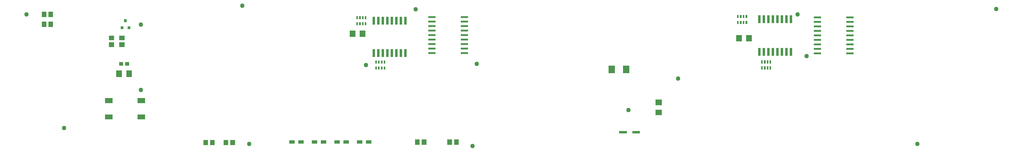
<source format=gtp>
G04 start of page 13 for group 0 layer_idx 12 *
G04 Title: AYAB-RS_E, top_paste *
G04 Creator: pcb-rnd 1.2.8 *
G04 CreationDate: 2018-05-30 20:35:32 UTC *
G04 For: Windell H. Oskay *
G04 Format: Gerber/RS-274X *
G04 PCB-Dimensions: 1100000 207000 *
G04 PCB-Coordinate-Origin: lower left *
%MOIN*%
%FSLAX25Y25*%
%LNTOPPASTE*%
%ADD215C,0.0500*%
%ADD214C,0.0001*%
G54D214*G36*
X121638Y118542D02*X115340D01*
Y111458D01*
X121638D01*
Y118542D01*
G37*
G36*
X132660D02*X126362D01*
Y111458D01*
X132660D01*
Y118542D01*
G37*
G36*
X118488Y127968D02*Y124032D01*
X122820D01*
Y127968D01*
X118488D01*
G37*
G36*
X125180D02*Y124032D01*
X129512D01*
Y127968D01*
X125180D01*
G37*
G36*
X102953Y87811D02*Y82299D01*
X111221D01*
Y87811D01*
X102953D01*
G37*
G54D215*X57500Y54500D03*
G54D214*G36*
X102953Y69701D02*Y64189D01*
X111221D01*
Y69701D01*
X102953D01*
G37*
G36*
X138779Y87811D02*Y82299D01*
X147047D01*
Y87811D01*
X138779D01*
G37*
G54D215*X142500Y97000D03*
G54D214*G36*
X138779Y69701D02*Y64189D01*
X147047D01*
Y69701D01*
X138779D01*
G37*
G36*
X216819Y41452D02*X211701D01*
Y35548D01*
X216819D01*
Y41452D01*
G37*
G36*
X239319D02*X234201D01*
Y35548D01*
X239319D01*
Y41452D01*
G37*
G36*
X246799D02*X241681D01*
Y35548D01*
X246799D01*
Y41452D01*
G37*
G36*
X224299D02*X219181D01*
Y35548D01*
X224299D01*
Y41452D01*
G37*
G54D215*X262500Y37000D03*
G54D214*G36*
X672150Y51450D02*Y48550D01*
X680750D01*
Y51450D01*
X672150D01*
G37*
G36*
X667500Y124000D02*X660500D01*
Y115500D01*
X667500D01*
Y124000D01*
G37*
G36*
X683500D02*X676500D01*
Y115500D01*
X683500D01*
Y124000D01*
G37*
G54D215*X514500Y126000D03*
G54D214*G36*
X487059Y41952D02*X481941D01*
Y36048D01*
X487059D01*
Y41952D01*
G37*
G36*
X494539D02*X489421D01*
Y36048D01*
X494539D01*
Y41952D01*
G37*
G36*
X840686Y123272D02*X838914D01*
Y119728D01*
X840686D01*
Y123272D01*
G37*
G36*
Y129965D02*X838914D01*
Y126421D01*
X840686D01*
Y129965D01*
G37*
G36*
X837536Y123272D02*X835764D01*
Y119728D01*
X837536D01*
Y123272D01*
G37*
G36*
Y129965D02*X835764D01*
Y126421D01*
X837536D01*
Y129965D01*
G37*
G36*
X834386Y123272D02*X832614D01*
Y119728D01*
X834386D01*
Y123272D01*
G37*
G36*
Y129965D02*X832614D01*
Y126421D01*
X834386D01*
Y129965D01*
G37*
G36*
X831237Y123272D02*X829465D01*
Y119728D01*
X831237D01*
Y123272D01*
G37*
G36*
Y129965D02*X829465D01*
Y126421D01*
X831237D01*
Y129965D01*
G37*
G36*
X686750Y51450D02*Y48550D01*
X695250D01*
Y51450D01*
X686750D01*
G37*
G54D215*X682500Y74500D03*
G54D214*G36*
X712458Y75138D02*Y68840D01*
X719542D01*
Y75138D01*
X712458D01*
G37*
G36*
Y86160D02*Y79862D01*
X719542D01*
Y86160D01*
X712458D01*
G37*
G54D215*X737500Y109500D03*
G54D214*G36*
X381910Y41050D02*Y37150D01*
X387810D01*
Y41050D01*
X381910D01*
G37*
G36*
X366810D02*Y37150D01*
X372710D01*
Y41050D01*
X366810D01*
G37*
G36*
X391810D02*Y37150D01*
X397710D01*
Y41050D01*
X391810D01*
G37*
G36*
X451319Y41952D02*X446201D01*
Y36048D01*
X451319D01*
Y41952D01*
G37*
G36*
X458799D02*X453681D01*
Y36048D01*
X458799D01*
Y41952D01*
G37*
G36*
X316810Y41050D02*Y37150D01*
X322710D01*
Y41050D01*
X316810D01*
G37*
G36*
X306910D02*Y37150D01*
X312810D01*
Y41050D01*
X306910D01*
G37*
G36*
X331910D02*Y37150D01*
X337810D01*
Y41050D01*
X331910D01*
G37*
G54D215*X510000Y34500D03*
G54D214*G36*
X341810Y41050D02*Y37150D01*
X347710D01*
Y41050D01*
X341810D01*
G37*
G36*
X356910D02*Y37150D01*
X362810D01*
Y41050D01*
X356910D01*
G37*
G54D215*X392000Y124500D03*
G54D214*G36*
X461000Y139000D02*Y137000D01*
X469000D01*
Y139000D01*
X461000D01*
G37*
G36*
X497000D02*Y137000D01*
X505000D01*
Y139000D01*
X497000D01*
G37*
G36*
X413288Y123079D02*X411516D01*
Y119535D01*
X413288D01*
Y123079D01*
G37*
G36*
Y129772D02*X411516D01*
Y126228D01*
X413288D01*
Y129772D01*
G37*
G36*
X410138Y123079D02*X408366D01*
Y119535D01*
X410138D01*
Y123079D01*
G37*
G36*
X406988D02*X405216D01*
Y119535D01*
X406988D01*
Y123079D01*
G37*
G36*
X403839D02*X402067D01*
Y119535D01*
X403839D01*
Y123079D01*
G37*
G36*
X410138Y129772D02*X408366D01*
Y126228D01*
X410138D01*
Y129772D01*
G37*
G36*
X406988D02*X405216D01*
Y126228D01*
X406988D01*
Y129772D01*
G37*
G36*
X403839D02*X402067D01*
Y126228D01*
X403839D01*
Y129772D01*
G37*
G36*
X888000Y138500D02*Y136500D01*
X896000D01*
Y138500D01*
X888000D01*
G37*
G36*
X924000D02*Y136500D01*
X932000D01*
Y138500D01*
X924000D01*
G37*
G54D215*X880000Y134500D03*
X1002500Y37000D03*
G54D214*G36*
X843700Y143700D02*X841300D01*
Y135100D01*
X843700D01*
Y143700D01*
G37*
G36*
X808138Y158042D02*X801840D01*
Y150958D01*
X808138D01*
Y158042D01*
G37*
G36*
X819160D02*X812862D01*
Y150958D01*
X819160D01*
Y158042D01*
G37*
G36*
X828700Y143700D02*X826300D01*
Y135100D01*
X828700D01*
Y143700D01*
G37*
G36*
X833700D02*X831300D01*
Y135100D01*
X833700D01*
Y143700D01*
G37*
G36*
X838700D02*X836300D01*
Y135100D01*
X838700D01*
Y143700D01*
G37*
G36*
X848700D02*X846300D01*
Y135100D01*
X848700D01*
Y143700D01*
G37*
G36*
X853700D02*X851300D01*
Y135100D01*
X853700D01*
Y143700D01*
G37*
G36*
X858700D02*X856300D01*
Y135100D01*
X858700D01*
Y143700D01*
G37*
G36*
X888000Y143500D02*Y141500D01*
X896000D01*
Y143500D01*
X888000D01*
G37*
G36*
X863700Y143700D02*X861300D01*
Y135100D01*
X863700D01*
Y143700D01*
G37*
G36*
X888000Y163500D02*Y161500D01*
X896000D01*
Y163500D01*
X888000D01*
G37*
G36*
Y158500D02*Y156500D01*
X896000D01*
Y158500D01*
X888000D01*
G37*
G36*
Y153500D02*Y151500D01*
X896000D01*
Y153500D01*
X888000D01*
G37*
G36*
Y148500D02*Y146500D01*
X896000D01*
Y148500D01*
X888000D01*
G37*
G36*
Y168500D02*Y166500D01*
X896000D01*
Y168500D01*
X888000D01*
G37*
G54D215*X1090000Y187000D03*
G54D214*G36*
X863700Y179900D02*X861300D01*
Y171300D01*
X863700D01*
Y179900D01*
G37*
G36*
X858700D02*X856300D01*
Y171300D01*
X858700D01*
Y179900D01*
G37*
G36*
X853700D02*X851300D01*
Y171300D01*
X853700D01*
Y179900D01*
G37*
G36*
X848700D02*X846300D01*
Y171300D01*
X848700D01*
Y179900D01*
G37*
G36*
X843700D02*X841300D01*
Y171300D01*
X843700D01*
Y179900D01*
G37*
G36*
X888000Y178500D02*Y176500D01*
X896000D01*
Y178500D01*
X888000D01*
G37*
G36*
X924000D02*Y176500D01*
X932000D01*
Y178500D01*
X924000D01*
G37*
G36*
X838700Y179900D02*X836300D01*
Y171300D01*
X838700D01*
Y179900D01*
G37*
G36*
X833700D02*X831300D01*
Y171300D01*
X833700D01*
Y179900D01*
G37*
G36*
X814036Y173772D02*X812264D01*
Y170228D01*
X814036D01*
Y173772D01*
G37*
G36*
Y180465D02*X812264D01*
Y176921D01*
X814036D01*
Y180465D01*
G37*
G36*
X810886Y173772D02*X809114D01*
Y170228D01*
X810886D01*
Y173772D01*
G37*
G36*
Y180465D02*X809114D01*
Y176921D01*
X810886D01*
Y180465D01*
G37*
G36*
X807736Y173772D02*X805964D01*
Y170228D01*
X807736D01*
Y173772D01*
G37*
G36*
Y180465D02*X805964D01*
Y176921D01*
X807736D01*
Y180465D01*
G37*
G36*
X828700Y179900D02*X826300D01*
Y171300D01*
X828700D01*
Y179900D01*
G37*
G36*
X804587Y173772D02*X802815D01*
Y170228D01*
X804587D01*
Y173772D01*
G37*
G36*
Y180465D02*X802815D01*
Y176921D01*
X804587D01*
Y180465D01*
G37*
G54D215*X870000Y181000D03*
G54D214*G36*
X888000Y173500D02*Y171500D01*
X896000D01*
Y173500D01*
X888000D01*
G37*
G36*
X924000Y168500D02*Y166500D01*
X932000D01*
Y168500D01*
X924000D01*
G37*
G36*
Y173500D02*Y171500D01*
X932000D01*
Y173500D01*
X924000D01*
G37*
G36*
Y143500D02*Y141500D01*
X932000D01*
Y143500D01*
X924000D01*
G37*
G36*
Y148500D02*Y146500D01*
X932000D01*
Y148500D01*
X924000D01*
G37*
G36*
Y153500D02*Y151500D01*
X932000D01*
Y153500D01*
X924000D01*
G37*
G36*
Y158500D02*Y156500D01*
X932000D01*
Y158500D01*
X924000D01*
G37*
G36*
Y163500D02*Y161500D01*
X932000D01*
Y163500D01*
X924000D01*
G37*
G36*
X389186Y179079D02*X387414D01*
Y175535D01*
X389186D01*
Y179079D01*
G37*
G36*
X386036D02*X384264D01*
Y175535D01*
X386036D01*
Y179079D01*
G37*
G36*
X382887D02*X381115D01*
Y175535D01*
X382887D01*
Y179079D01*
G37*
G36*
Y172386D02*X381115D01*
Y168842D01*
X382887D01*
Y172386D01*
G37*
G36*
X392336D02*X390564D01*
Y168842D01*
X392336D01*
Y172386D01*
G37*
G36*
Y179079D02*X390564D01*
Y175535D01*
X392336D01*
Y179079D01*
G37*
G36*
X389186Y172386D02*X387414D01*
Y168842D01*
X389186D01*
Y172386D01*
G37*
G36*
X386036D02*X384264D01*
Y168842D01*
X386036D01*
Y172386D01*
G37*
G36*
X391160Y163042D02*X384862D01*
Y155958D01*
X391160D01*
Y163042D01*
G37*
G36*
X380138D02*X373840D01*
Y155958D01*
X380138D01*
Y163042D01*
G37*
G36*
X436700Y178400D02*X434300D01*
Y169800D01*
X436700D01*
Y178400D01*
G37*
G36*
X431700D02*X429300D01*
Y169800D01*
X431700D01*
Y178400D01*
G37*
G36*
X426700D02*X424300D01*
Y169800D01*
X426700D01*
Y178400D01*
G37*
G36*
X421700D02*X419300D01*
Y169800D01*
X421700D01*
Y178400D01*
G37*
G36*
X416700D02*X414300D01*
Y169800D01*
X416700D01*
Y178400D01*
G37*
G54D215*X447000Y186500D03*
G54D214*G36*
X461000Y149000D02*Y147000D01*
X469000D01*
Y149000D01*
X461000D01*
G37*
G36*
Y144000D02*Y142000D01*
X469000D01*
Y144000D01*
X461000D01*
G37*
G36*
X411700Y178400D02*X409300D01*
Y169800D01*
X411700D01*
Y178400D01*
G37*
G36*
X406700D02*X404300D01*
Y169800D01*
X406700D01*
Y178400D01*
G37*
G36*
X401700D02*X399300D01*
Y169800D01*
X401700D01*
Y178400D01*
G37*
G36*
Y142200D02*X399300D01*
Y133600D01*
X401700D01*
Y142200D01*
G37*
G36*
X406700D02*X404300D01*
Y133600D01*
X406700D01*
Y142200D01*
G37*
G36*
X411700D02*X409300D01*
Y133600D01*
X411700D01*
Y142200D01*
G37*
G36*
X431700D02*X429300D01*
Y133600D01*
X431700D01*
Y142200D01*
G37*
G36*
X416700D02*X414300D01*
Y133600D01*
X416700D01*
Y142200D01*
G37*
G36*
X421700D02*X419300D01*
Y133600D01*
X421700D01*
Y142200D01*
G37*
G36*
X426700D02*X424300D01*
Y133600D01*
X426700D01*
Y142200D01*
G37*
G36*
X436700D02*X434300D01*
Y133600D01*
X436700D01*
Y142200D01*
G37*
G36*
X461000Y164000D02*Y162000D01*
X469000D01*
Y164000D01*
X461000D01*
G37*
G36*
Y159000D02*Y157000D01*
X469000D01*
Y159000D01*
X461000D01*
G37*
G36*
Y154000D02*Y152000D01*
X469000D01*
Y154000D01*
X461000D01*
G37*
G36*
Y179000D02*Y177000D01*
X469000D01*
Y179000D01*
X461000D01*
G37*
G36*
Y174000D02*Y172000D01*
X469000D01*
Y174000D01*
X461000D01*
G37*
G36*
Y169000D02*Y167000D01*
X469000D01*
Y169000D01*
X461000D01*
G37*
G36*
X497000Y144000D02*Y142000D01*
X505000D01*
Y144000D01*
X497000D01*
G37*
G36*
Y149000D02*Y147000D01*
X505000D01*
Y149000D01*
X497000D01*
G37*
G36*
Y154000D02*Y152000D01*
X505000D01*
Y154000D01*
X497000D01*
G37*
G36*
Y159000D02*Y157000D01*
X505000D01*
Y159000D01*
X497000D01*
G37*
G36*
Y164000D02*Y162000D01*
X505000D01*
Y164000D01*
X497000D01*
G37*
G36*
Y169000D02*Y167000D01*
X505000D01*
Y169000D01*
X497000D01*
G37*
G36*
Y174000D02*Y172000D01*
X505000D01*
Y174000D01*
X497000D01*
G37*
G36*
Y179000D02*Y177000D01*
X505000D01*
Y179000D01*
X497000D01*
G37*
G54D215*X255000Y190500D03*
G54D214*G36*
X37819Y172952D02*X32701D01*
Y167048D01*
X37819D01*
Y172952D01*
G37*
G36*
X45299D02*X40181D01*
Y167048D01*
X45299D01*
Y172952D01*
G37*
G36*
X123264Y167638D02*X120256D01*
Y164490D01*
X123264D01*
Y167638D01*
G37*
G36*
X130744D02*X127736D01*
Y164490D01*
X130744D01*
Y167638D01*
G37*
G36*
X127004Y175510D02*X123996D01*
Y172362D01*
X127004D01*
Y175510D01*
G37*
G54D215*X142500Y169500D03*
G54D214*G36*
X107048Y157299D02*Y152181D01*
X112952D01*
Y157299D01*
X107048D01*
G37*
G36*
X118548D02*Y152181D01*
X124452D01*
Y157299D01*
X118548D01*
G37*
G36*
X107048Y149819D02*Y144701D01*
X112952D01*
Y149819D01*
X107048D01*
G37*
G36*
X118548D02*Y144701D01*
X124452D01*
Y149819D01*
X118548D01*
G37*
G54D215*X16000Y181000D03*
G54D214*G36*
X37819Y183952D02*X32701D01*
Y178048D01*
X37819D01*
Y183952D01*
G37*
G36*
X45299D02*X40181D01*
Y178048D01*
X45299D01*
Y183952D01*
G37*
M02*

</source>
